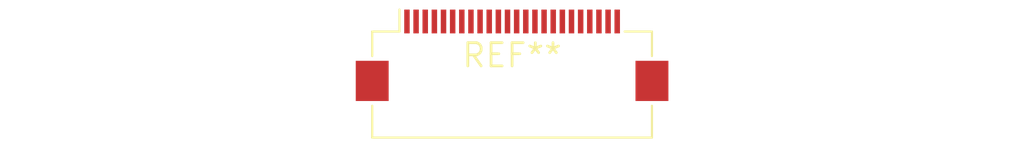
<source format=kicad_pcb>
(kicad_pcb (version 20240108) (generator pcbnew)
  (layers (0 "F.Cu" signal) (31 "B.Cu" signal) (34 "B.Paste" user) (35 "F.Paste" user) (36 "B.SilkS" user "B.Silkscreen") (37 "F.SilkS" user "F.Silkscreen") (38 "B.Mask" user) (39 "F.Mask" user) (44 "Edge.Cuts" user))
  (net 0 "")
  (footprint "Hirose_FH12-24S-0.5SH_1x24-1MP_P0.50mm_Horizontal" (layer "F.Cu") (at 0 0)
    (property "Reference" "REF**")
    (property "Value" "Hirose_FH12-24S-0.5SH_1x24-1MP_P0.50mm_Horizontal")
    (fp_line (start -7.65 -1.3) (end -7.65 0.04) (layer "F.SilkS") (stroke (width 0.12)))
    (fp_line (start -7.65 2.76) (end -7.65 4.5) (layer "F.SilkS") (stroke (width 0.12)))
    (fp_line (start -7.65 4.5) (end 7.65 4.5) (layer "F.SilkS") (stroke (width 0.12)))
    (fp_line (start -6.16 -1.3) (end -7.65 -1.3) (layer "F.SilkS") (stroke (width 0.12)))
    (fp_line (start -6.16 -1.3) (end -6.16 -2.5) (layer "F.SilkS") (stroke (width 0.12)))
    (fp_line (start 6.16 -1.3) (end 7.65 -1.3) (layer "F.SilkS") (stroke (width 0.12)))
    (fp_line (start 7.65 -1.3) (end 7.65 0.04) (layer "F.SilkS") (stroke (width 0.12)))
    (fp_line (start 7.65 4.5) (end 7.65 2.76) (layer "F.SilkS") (stroke (width 0.12)))
    (pad "1" smd rect (at -5.75 -1.85) (size 0.3 1.3) (layers "F.Cu" "F.Paste" "F.Mask"))
    (pad "2" smd rect (at -5.25 -1.85) (size 0.3 1.3) (layers "F.Cu" "F.Paste" "F.Mask"))
    (pad "3" smd rect (at -4.75 -1.85) (size 0.3 1.3) (layers "F.Cu" "F.Paste" "F.Mask"))
    (pad "4" smd rect (at -4.25 -1.85) (size 0.3 1.3) (layers "F.Cu" "F.Paste" "F.Mask"))
    (pad "5" smd rect (at -3.75 -1.85) (size 0.3 1.3) (layers "F.Cu" "F.Paste" "F.Mask"))
    (pad "6" smd rect (at -3.25 -1.85) (size 0.3 1.3) (layers "F.Cu" "F.Paste" "F.Mask"))
    (pad "7" smd rect (at -2.75 -1.85) (size 0.3 1.3) (layers "F.Cu" "F.Paste" "F.Mask"))
    (pad "8" smd rect (at -2.25 -1.85) (size 0.3 1.3) (layers "F.Cu" "F.Paste" "F.Mask"))
    (pad "9" smd rect (at -1.75 -1.85) (size 0.3 1.3) (layers "F.Cu" "F.Paste" "F.Mask"))
    (pad "10" smd rect (at -1.25 -1.85) (size 0.3 1.3) (layers "F.Cu" "F.Paste" "F.Mask"))
    (pad "11" smd rect (at -0.75 -1.85) (size 0.3 1.3) (layers "F.Cu" "F.Paste" "F.Mask"))
    (pad "12" smd rect (at -0.25 -1.85) (size 0.3 1.3) (layers "F.Cu" "F.Paste" "F.Mask"))
    (pad "13" smd rect (at 0.25 -1.85) (size 0.3 1.3) (layers "F.Cu" "F.Paste" "F.Mask"))
    (pad "14" smd rect (at 0.75 -1.85) (size 0.3 1.3) (layers "F.Cu" "F.Paste" "F.Mask"))
    (pad "15" smd rect (at 1.25 -1.85) (size 0.3 1.3) (layers "F.Cu" "F.Paste" "F.Mask"))
    (pad "16" smd rect (at 1.75 -1.85) (size 0.3 1.3) (layers "F.Cu" "F.Paste" "F.Mask"))
    (pad "17" smd rect (at 2.25 -1.85) (size 0.3 1.3) (layers "F.Cu" "F.Paste" "F.Mask"))
    (pad "18" smd rect (at 2.75 -1.85) (size 0.3 1.3) (layers "F.Cu" "F.Paste" "F.Mask"))
    (pad "19" smd rect (at 3.25 -1.85) (size 0.3 1.3) (layers "F.Cu" "F.Paste" "F.Mask"))
    (pad "20" smd rect (at 3.75 -1.85) (size 0.3 1.3) (layers "F.Cu" "F.Paste" "F.Mask"))
    (pad "21" smd rect (at 4.25 -1.85) (size 0.3 1.3) (layers "F.Cu" "F.Paste" "F.Mask"))
    (pad "22" smd rect (at 4.75 -1.85) (size 0.3 1.3) (layers "F.Cu" "F.Paste" "F.Mask"))
    (pad "23" smd rect (at 5.25 -1.85) (size 0.3 1.3) (layers "F.Cu" "F.Paste" "F.Mask"))
    (pad "24" smd rect (at 5.75 -1.85) (size 0.3 1.3) (layers "F.Cu" "F.Paste" "F.Mask"))
    (pad "MP" smd rect (at -7.65 1.4) (size 1.8 2.2) (layers "F.Cu" "F.Paste" "F.Mask"))
    (pad "MP" smd rect (at 7.65 1.4) (size 1.8 2.2) (layers "F.Cu" "F.Paste" "F.Mask"))
  )
)
</source>
